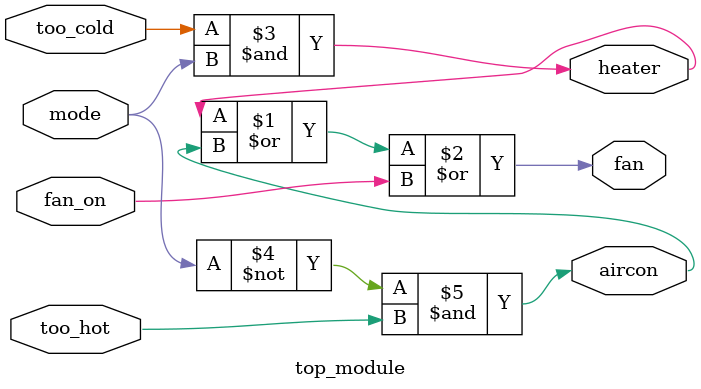
<source format=v>
module top_module (
    input too_cold,
    input too_hot,
    input mode,
    input fan_on,
    output heater,
    output aircon,
    output fan
); 
    
    assign fan = heater | aircon | fan_on;
    assign heater = too_cold & mode;
    assign aircon = ~mode & too_hot;

endmodule


</source>
